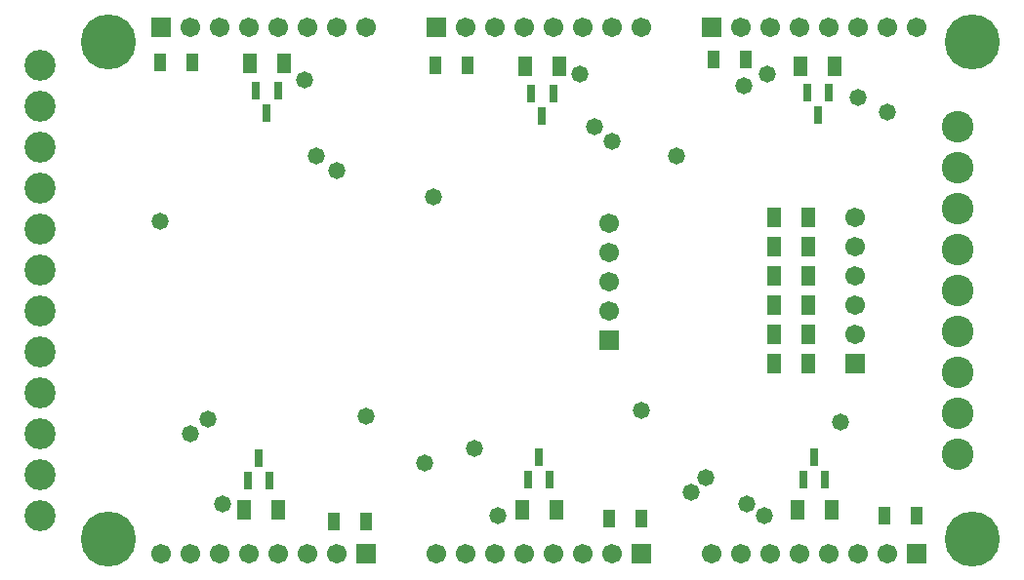
<source format=gts>
G04 Layer_Color=8388736*
%FSLAX23Y23*%
%MOIN*%
G70*
G01*
G75*
%ADD11R,0.046X0.069*%
%ADD12R,0.044X0.063*%
%ADD26R,0.030X0.064*%
%ADD27C,0.067*%
%ADD28R,0.067X0.067*%
%ADD29R,0.067X0.067*%
%ADD30C,0.106*%
%ADD31C,0.188*%
%ADD32C,0.108*%
%ADD33C,0.058*%
D11*
X3839Y6065D02*
D03*
X3721D02*
D03*
X4689Y5350D02*
D03*
X4571D02*
D03*
X4689Y5450D02*
D03*
X4571D02*
D03*
X4779Y6065D02*
D03*
X4661D02*
D03*
X4689Y5550D02*
D03*
X4571D02*
D03*
X4689Y5050D02*
D03*
X4571D02*
D03*
X4651Y4550D02*
D03*
X4769D02*
D03*
X4689Y5150D02*
D03*
X4571D02*
D03*
X3711Y4550D02*
D03*
X3829D02*
D03*
X4689Y5250D02*
D03*
X4571D02*
D03*
X2761Y4550D02*
D03*
X2879D02*
D03*
X2900Y6075D02*
D03*
X2782D02*
D03*
D12*
X3180Y4510D02*
D03*
X3070D02*
D03*
X4950Y4530D02*
D03*
X5060D02*
D03*
X2475Y6080D02*
D03*
X2585D02*
D03*
X4475Y6090D02*
D03*
X4365D02*
D03*
X3525Y6070D02*
D03*
X3415D02*
D03*
X4010Y4520D02*
D03*
X4120D02*
D03*
D26*
X2840Y5905D02*
D03*
X2803Y5981D02*
D03*
X2878D02*
D03*
X3780Y5897D02*
D03*
X3743Y5973D02*
D03*
X3818D02*
D03*
X4722Y5899D02*
D03*
X4685Y5975D02*
D03*
X4760D02*
D03*
X2812Y4726D02*
D03*
X2850Y4650D02*
D03*
X2775D02*
D03*
X4710Y4728D02*
D03*
X4747Y4652D02*
D03*
X4673D02*
D03*
X3770Y4728D02*
D03*
X3807Y4652D02*
D03*
X3733D02*
D03*
D27*
X4010Y5530D02*
D03*
Y5430D02*
D03*
Y5330D02*
D03*
Y5230D02*
D03*
X5060Y6200D02*
D03*
X4960D02*
D03*
X4860D02*
D03*
X4760D02*
D03*
X4660D02*
D03*
X4560D02*
D03*
X4460D02*
D03*
X4120D02*
D03*
X4020D02*
D03*
X3920D02*
D03*
X3820D02*
D03*
X3720D02*
D03*
X3620D02*
D03*
X3520D02*
D03*
X3180D02*
D03*
X3080D02*
D03*
X2980D02*
D03*
X2880D02*
D03*
X2780D02*
D03*
X2680D02*
D03*
X2580D02*
D03*
X2480Y4400D02*
D03*
X2580D02*
D03*
X2680D02*
D03*
X2780D02*
D03*
X2880D02*
D03*
X2980D02*
D03*
X3080D02*
D03*
X4360D02*
D03*
X4460D02*
D03*
X4560D02*
D03*
X4660D02*
D03*
X4760D02*
D03*
X4860D02*
D03*
X4960D02*
D03*
X4850Y5150D02*
D03*
Y5250D02*
D03*
Y5350D02*
D03*
Y5450D02*
D03*
Y5550D02*
D03*
X3420Y4400D02*
D03*
X3520D02*
D03*
X3620D02*
D03*
X3720D02*
D03*
X3820D02*
D03*
X3920D02*
D03*
X4020D02*
D03*
D28*
X4010Y5130D02*
D03*
X4850Y5050D02*
D03*
D29*
X4360Y6200D02*
D03*
X3420D02*
D03*
X2480D02*
D03*
X3180Y4400D02*
D03*
X5060D02*
D03*
X4120D02*
D03*
D30*
X2065Y5230D02*
D03*
Y5090D02*
D03*
Y4950D02*
D03*
Y4810D02*
D03*
Y4670D02*
D03*
Y4530D02*
D03*
Y5370D02*
D03*
Y5510D02*
D03*
Y5650D02*
D03*
Y5790D02*
D03*
Y5930D02*
D03*
Y6070D02*
D03*
D31*
X5250Y6150D02*
D03*
Y4450D02*
D03*
X2300D02*
D03*
Y6150D02*
D03*
D32*
X5200Y4740D02*
D03*
Y4880D02*
D03*
Y5020D02*
D03*
Y5160D02*
D03*
Y5300D02*
D03*
Y5440D02*
D03*
Y5860D02*
D03*
Y5720D02*
D03*
Y5580D02*
D03*
D33*
X3410Y5620D02*
D03*
X2475Y5535D02*
D03*
X3180Y4870D02*
D03*
X4120Y4890D02*
D03*
X4240Y5760D02*
D03*
X4290Y4610D02*
D03*
X2640Y4860D02*
D03*
X2580Y4810D02*
D03*
X3550Y4760D02*
D03*
X3010Y5760D02*
D03*
X3080Y5710D02*
D03*
X3960Y5860D02*
D03*
X4020Y5810D02*
D03*
X3910Y6040D02*
D03*
X2970Y6020D02*
D03*
X4960Y5910D02*
D03*
X4800Y4850D02*
D03*
X4550Y6040D02*
D03*
X2690Y4570D02*
D03*
X3380Y4710D02*
D03*
X4340Y4660D02*
D03*
X4480Y4570D02*
D03*
X3630Y4530D02*
D03*
X4540D02*
D03*
X4860Y5960D02*
D03*
X4470Y6000D02*
D03*
M02*

</source>
